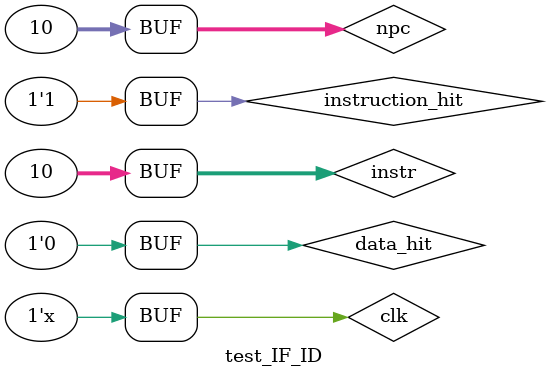
<source format=v>
`timescale 1ns / 1ps


module test_IF_ID;

	// Inputs
	reg clk;
	reg data_hit;
	reg instruction_hit;
	reg [31:0] npc;
	reg [31:0] instr;

	// Outputs
	wire [31:0] npcout;
	wire [31:0] instrout;

	// Instantiate the Unit Under Test (UUT)
	IF_ID uut (
		.clk(clk), 
		.data_hit(data_hit), 
		.instruction_hit(instruction_hit), 
		.npc(npc), 
		.instr(instr), 
		.npcout(npcout), 
		.instrout(instrout)
	);

	initial begin
		// Initialize Inputs
		clk = 0;
		data_hit = 0;
		instruction_hit = 0;
		npc = 0;
		instr = 0;

		// Wait 100 ns for global reset to finish
		#100;
		data_hit = 1;
		instruction_hit = 1;
		npc = 10;
		instr = 10;
		
		#100;
		data_hit = 0;
		instruction_hit = 1;
		npc = 10;
		instr = 10;
        
		// Add stimulus here

	end
	always
	begin
		#50
		clk = ~clk;
	end
      
endmodule


</source>
